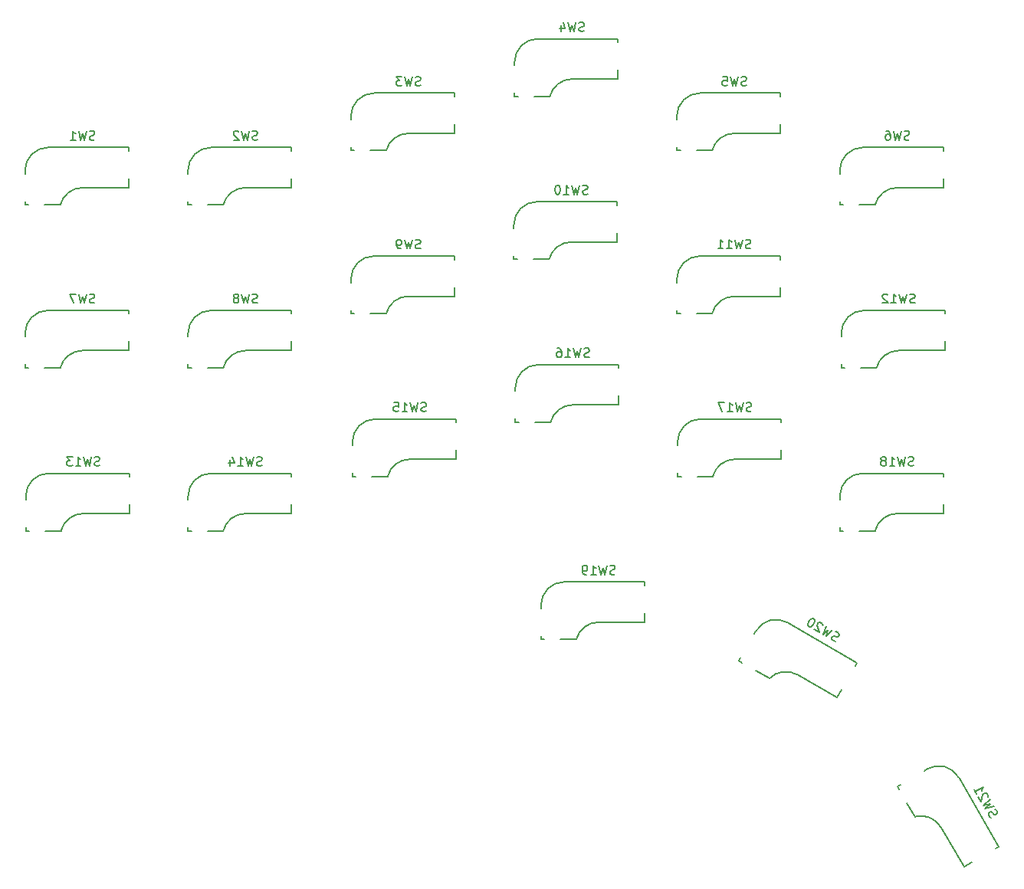
<source format=gbo>
%TF.GenerationSoftware,KiCad,Pcbnew,9.0.4*%
%TF.CreationDate,2025-11-01T07:51:32+01:00*%
%TF.ProjectId,kbv3-left,6b627633-2d6c-4656-9674-2e6b69636164,rev?*%
%TF.SameCoordinates,Original*%
%TF.FileFunction,Legend,Bot*%
%TF.FilePolarity,Positive*%
%FSLAX46Y46*%
G04 Gerber Fmt 4.6, Leading zero omitted, Abs format (unit mm)*
G04 Created by KiCad (PCBNEW 9.0.4) date 2025-11-01 07:51:32*
%MOMM*%
%LPD*%
G01*
G04 APERTURE LIST*
%ADD10C,0.150000*%
G04 APERTURE END LIST*
D10*
X169491584Y-118888367D02*
X169344057Y-118858178D01*
X169344057Y-118858178D02*
X169137860Y-118739130D01*
X169137860Y-118739130D02*
X169079191Y-118650272D01*
X169079191Y-118650272D02*
X169061761Y-118585223D01*
X169061761Y-118585223D02*
X169068141Y-118478935D01*
X169068141Y-118478935D02*
X169115760Y-118396456D01*
X169115760Y-118396456D02*
X169204618Y-118337787D01*
X169204618Y-118337787D02*
X169269667Y-118320357D01*
X169269667Y-118320357D02*
X169375955Y-118326737D01*
X169375955Y-118326737D02*
X169564722Y-118380736D01*
X169564722Y-118380736D02*
X169671010Y-118387116D01*
X169671010Y-118387116D02*
X169736059Y-118369686D01*
X169736059Y-118369686D02*
X169824917Y-118311017D01*
X169824917Y-118311017D02*
X169872536Y-118228538D01*
X169872536Y-118228538D02*
X169878916Y-118122250D01*
X169878916Y-118122250D02*
X169861486Y-118057201D01*
X169861486Y-118057201D02*
X169802817Y-117968343D01*
X169802817Y-117968343D02*
X169596621Y-117849295D01*
X169596621Y-117849295D02*
X169449093Y-117819106D01*
X169184228Y-117611200D02*
X168478031Y-118358178D01*
X168478031Y-118358178D02*
X168670217Y-117644350D01*
X168670217Y-117644350D02*
X168148117Y-118167701D01*
X168148117Y-118167701D02*
X168441920Y-117182628D01*
X168105626Y-117098440D02*
X168088196Y-117033392D01*
X168088196Y-117033392D02*
X168029527Y-116944533D01*
X168029527Y-116944533D02*
X167823331Y-116825486D01*
X167823331Y-116825486D02*
X167717043Y-116819106D01*
X167717043Y-116819106D02*
X167651994Y-116836536D01*
X167651994Y-116836536D02*
X167563135Y-116895205D01*
X167563135Y-116895205D02*
X167515516Y-116977683D01*
X167515516Y-116977683D02*
X167485327Y-117125211D01*
X167485327Y-117125211D02*
X167694485Y-117905797D01*
X167694485Y-117905797D02*
X167158374Y-117596273D01*
X167122263Y-116420724D02*
X167039784Y-116373105D01*
X167039784Y-116373105D02*
X166933496Y-116366725D01*
X166933496Y-116366725D02*
X166868447Y-116384155D01*
X166868447Y-116384155D02*
X166779589Y-116442824D01*
X166779589Y-116442824D02*
X166643111Y-116583972D01*
X166643111Y-116583972D02*
X166524064Y-116790168D01*
X166524064Y-116790168D02*
X166470065Y-116978935D01*
X166470065Y-116978935D02*
X166463685Y-117085223D01*
X166463685Y-117085223D02*
X166481115Y-117150272D01*
X166481115Y-117150272D02*
X166539784Y-117239130D01*
X166539784Y-117239130D02*
X166622263Y-117286749D01*
X166622263Y-117286749D02*
X166728551Y-117293129D01*
X166728551Y-117293129D02*
X166793600Y-117275699D01*
X166793600Y-117275699D02*
X166882458Y-117217030D01*
X166882458Y-117217030D02*
X167018935Y-117075882D01*
X167018935Y-117075882D02*
X167137983Y-116869686D01*
X167137983Y-116869686D02*
X167191982Y-116680919D01*
X167191982Y-116680919D02*
X167198361Y-116574631D01*
X167198361Y-116574631D02*
X167180932Y-116509582D01*
X167180932Y-116509582D02*
X167122263Y-116420724D01*
X186641156Y-138362602D02*
X186528488Y-138262694D01*
X186528488Y-138262694D02*
X186409440Y-138056497D01*
X186409440Y-138056497D02*
X186403061Y-137950209D01*
X186403061Y-137950209D02*
X186420490Y-137885160D01*
X186420490Y-137885160D02*
X186479159Y-137796302D01*
X186479159Y-137796302D02*
X186561638Y-137748683D01*
X186561638Y-137748683D02*
X186667926Y-137742303D01*
X186667926Y-137742303D02*
X186732975Y-137759733D01*
X186732975Y-137759733D02*
X186821833Y-137818402D01*
X186821833Y-137818402D02*
X186958311Y-137959550D01*
X186958311Y-137959550D02*
X187047169Y-138018219D01*
X187047169Y-138018219D02*
X187112218Y-138035648D01*
X187112218Y-138035648D02*
X187218506Y-138029269D01*
X187218506Y-138029269D02*
X187300985Y-137981650D01*
X187300985Y-137981650D02*
X187359654Y-137892791D01*
X187359654Y-137892791D02*
X187377084Y-137827743D01*
X187377084Y-137827743D02*
X187370704Y-137721454D01*
X187370704Y-137721454D02*
X187251656Y-137515258D01*
X187251656Y-137515258D02*
X187138988Y-137415349D01*
X187013561Y-137102865D02*
X186028488Y-137396668D01*
X186028488Y-137396668D02*
X186551839Y-136874568D01*
X186551839Y-136874568D02*
X185838012Y-137066754D01*
X185838012Y-137066754D02*
X186584990Y-136360557D01*
X186335844Y-136119501D02*
X186353274Y-136054452D01*
X186353274Y-136054452D02*
X186346894Y-135948164D01*
X186346894Y-135948164D02*
X186227847Y-135741968D01*
X186227847Y-135741968D02*
X186138988Y-135683299D01*
X186138988Y-135683299D02*
X186073940Y-135665869D01*
X186073940Y-135665869D02*
X185967651Y-135672249D01*
X185967651Y-135672249D02*
X185885173Y-135719868D01*
X185885173Y-135719868D02*
X185785264Y-135832536D01*
X185785264Y-135832536D02*
X185576107Y-136613122D01*
X185576107Y-136613122D02*
X185266583Y-136077011D01*
X184790393Y-135252224D02*
X185076107Y-135747096D01*
X184933250Y-135499660D02*
X185799275Y-134999660D01*
X185799275Y-134999660D02*
X185723176Y-135153567D01*
X185723176Y-135153567D02*
X185688317Y-135283665D01*
X185688317Y-135283665D02*
X185694697Y-135389953D01*
X123653332Y-57472200D02*
X123510475Y-57519819D01*
X123510475Y-57519819D02*
X123272380Y-57519819D01*
X123272380Y-57519819D02*
X123177142Y-57472200D01*
X123177142Y-57472200D02*
X123129523Y-57424580D01*
X123129523Y-57424580D02*
X123081904Y-57329342D01*
X123081904Y-57329342D02*
X123081904Y-57234104D01*
X123081904Y-57234104D02*
X123129523Y-57138866D01*
X123129523Y-57138866D02*
X123177142Y-57091247D01*
X123177142Y-57091247D02*
X123272380Y-57043628D01*
X123272380Y-57043628D02*
X123462856Y-56996009D01*
X123462856Y-56996009D02*
X123558094Y-56948390D01*
X123558094Y-56948390D02*
X123605713Y-56900771D01*
X123605713Y-56900771D02*
X123653332Y-56805533D01*
X123653332Y-56805533D02*
X123653332Y-56710295D01*
X123653332Y-56710295D02*
X123605713Y-56615057D01*
X123605713Y-56615057D02*
X123558094Y-56567438D01*
X123558094Y-56567438D02*
X123462856Y-56519819D01*
X123462856Y-56519819D02*
X123224761Y-56519819D01*
X123224761Y-56519819D02*
X123081904Y-56567438D01*
X122748570Y-56519819D02*
X122510475Y-57519819D01*
X122510475Y-57519819D02*
X122319999Y-56805533D01*
X122319999Y-56805533D02*
X122129523Y-57519819D01*
X122129523Y-57519819D02*
X121891428Y-56519819D01*
X121605713Y-56519819D02*
X120986666Y-56519819D01*
X120986666Y-56519819D02*
X121319999Y-56900771D01*
X121319999Y-56900771D02*
X121177142Y-56900771D01*
X121177142Y-56900771D02*
X121081904Y-56948390D01*
X121081904Y-56948390D02*
X121034285Y-56996009D01*
X121034285Y-56996009D02*
X120986666Y-57091247D01*
X120986666Y-57091247D02*
X120986666Y-57329342D01*
X120986666Y-57329342D02*
X121034285Y-57424580D01*
X121034285Y-57424580D02*
X121081904Y-57472200D01*
X121081904Y-57472200D02*
X121177142Y-57519819D01*
X121177142Y-57519819D02*
X121462856Y-57519819D01*
X121462856Y-57519819D02*
X121558094Y-57472200D01*
X121558094Y-57472200D02*
X121605713Y-57424580D01*
X177653332Y-63472200D02*
X177510475Y-63519819D01*
X177510475Y-63519819D02*
X177272380Y-63519819D01*
X177272380Y-63519819D02*
X177177142Y-63472200D01*
X177177142Y-63472200D02*
X177129523Y-63424580D01*
X177129523Y-63424580D02*
X177081904Y-63329342D01*
X177081904Y-63329342D02*
X177081904Y-63234104D01*
X177081904Y-63234104D02*
X177129523Y-63138866D01*
X177129523Y-63138866D02*
X177177142Y-63091247D01*
X177177142Y-63091247D02*
X177272380Y-63043628D01*
X177272380Y-63043628D02*
X177462856Y-62996009D01*
X177462856Y-62996009D02*
X177558094Y-62948390D01*
X177558094Y-62948390D02*
X177605713Y-62900771D01*
X177605713Y-62900771D02*
X177653332Y-62805533D01*
X177653332Y-62805533D02*
X177653332Y-62710295D01*
X177653332Y-62710295D02*
X177605713Y-62615057D01*
X177605713Y-62615057D02*
X177558094Y-62567438D01*
X177558094Y-62567438D02*
X177462856Y-62519819D01*
X177462856Y-62519819D02*
X177224761Y-62519819D01*
X177224761Y-62519819D02*
X177081904Y-62567438D01*
X176748570Y-62519819D02*
X176510475Y-63519819D01*
X176510475Y-63519819D02*
X176319999Y-62805533D01*
X176319999Y-62805533D02*
X176129523Y-63519819D01*
X176129523Y-63519819D02*
X175891428Y-62519819D01*
X175081904Y-62519819D02*
X175272380Y-62519819D01*
X175272380Y-62519819D02*
X175367618Y-62567438D01*
X175367618Y-62567438D02*
X175415237Y-62615057D01*
X175415237Y-62615057D02*
X175510475Y-62757914D01*
X175510475Y-62757914D02*
X175558094Y-62948390D01*
X175558094Y-62948390D02*
X175558094Y-63329342D01*
X175558094Y-63329342D02*
X175510475Y-63424580D01*
X175510475Y-63424580D02*
X175462856Y-63472200D01*
X175462856Y-63472200D02*
X175367618Y-63519819D01*
X175367618Y-63519819D02*
X175177142Y-63519819D01*
X175177142Y-63519819D02*
X175081904Y-63472200D01*
X175081904Y-63472200D02*
X175034285Y-63424580D01*
X175034285Y-63424580D02*
X174986666Y-63329342D01*
X174986666Y-63329342D02*
X174986666Y-63091247D01*
X174986666Y-63091247D02*
X175034285Y-62996009D01*
X175034285Y-62996009D02*
X175081904Y-62948390D01*
X175081904Y-62948390D02*
X175177142Y-62900771D01*
X175177142Y-62900771D02*
X175367618Y-62900771D01*
X175367618Y-62900771D02*
X175462856Y-62948390D01*
X175462856Y-62948390D02*
X175510475Y-62996009D01*
X175510475Y-62996009D02*
X175558094Y-63091247D01*
X142289523Y-87472200D02*
X142146666Y-87519819D01*
X142146666Y-87519819D02*
X141908571Y-87519819D01*
X141908571Y-87519819D02*
X141813333Y-87472200D01*
X141813333Y-87472200D02*
X141765714Y-87424580D01*
X141765714Y-87424580D02*
X141718095Y-87329342D01*
X141718095Y-87329342D02*
X141718095Y-87234104D01*
X141718095Y-87234104D02*
X141765714Y-87138866D01*
X141765714Y-87138866D02*
X141813333Y-87091247D01*
X141813333Y-87091247D02*
X141908571Y-87043628D01*
X141908571Y-87043628D02*
X142099047Y-86996009D01*
X142099047Y-86996009D02*
X142194285Y-86948390D01*
X142194285Y-86948390D02*
X142241904Y-86900771D01*
X142241904Y-86900771D02*
X142289523Y-86805533D01*
X142289523Y-86805533D02*
X142289523Y-86710295D01*
X142289523Y-86710295D02*
X142241904Y-86615057D01*
X142241904Y-86615057D02*
X142194285Y-86567438D01*
X142194285Y-86567438D02*
X142099047Y-86519819D01*
X142099047Y-86519819D02*
X141860952Y-86519819D01*
X141860952Y-86519819D02*
X141718095Y-86567438D01*
X141384761Y-86519819D02*
X141146666Y-87519819D01*
X141146666Y-87519819D02*
X140956190Y-86805533D01*
X140956190Y-86805533D02*
X140765714Y-87519819D01*
X140765714Y-87519819D02*
X140527619Y-86519819D01*
X139622857Y-87519819D02*
X140194285Y-87519819D01*
X139908571Y-87519819D02*
X139908571Y-86519819D01*
X139908571Y-86519819D02*
X140003809Y-86662676D01*
X140003809Y-86662676D02*
X140099047Y-86757914D01*
X140099047Y-86757914D02*
X140194285Y-86805533D01*
X138765714Y-86519819D02*
X138956190Y-86519819D01*
X138956190Y-86519819D02*
X139051428Y-86567438D01*
X139051428Y-86567438D02*
X139099047Y-86615057D01*
X139099047Y-86615057D02*
X139194285Y-86757914D01*
X139194285Y-86757914D02*
X139241904Y-86948390D01*
X139241904Y-86948390D02*
X139241904Y-87329342D01*
X139241904Y-87329342D02*
X139194285Y-87424580D01*
X139194285Y-87424580D02*
X139146666Y-87472200D01*
X139146666Y-87472200D02*
X139051428Y-87519819D01*
X139051428Y-87519819D02*
X138860952Y-87519819D01*
X138860952Y-87519819D02*
X138765714Y-87472200D01*
X138765714Y-87472200D02*
X138718095Y-87424580D01*
X138718095Y-87424580D02*
X138670476Y-87329342D01*
X138670476Y-87329342D02*
X138670476Y-87091247D01*
X138670476Y-87091247D02*
X138718095Y-86996009D01*
X138718095Y-86996009D02*
X138765714Y-86948390D01*
X138765714Y-86948390D02*
X138860952Y-86900771D01*
X138860952Y-86900771D02*
X139051428Y-86900771D01*
X139051428Y-86900771D02*
X139146666Y-86948390D01*
X139146666Y-86948390D02*
X139194285Y-86996009D01*
X139194285Y-86996009D02*
X139241904Y-87091247D01*
X87653332Y-81472200D02*
X87510475Y-81519819D01*
X87510475Y-81519819D02*
X87272380Y-81519819D01*
X87272380Y-81519819D02*
X87177142Y-81472200D01*
X87177142Y-81472200D02*
X87129523Y-81424580D01*
X87129523Y-81424580D02*
X87081904Y-81329342D01*
X87081904Y-81329342D02*
X87081904Y-81234104D01*
X87081904Y-81234104D02*
X87129523Y-81138866D01*
X87129523Y-81138866D02*
X87177142Y-81091247D01*
X87177142Y-81091247D02*
X87272380Y-81043628D01*
X87272380Y-81043628D02*
X87462856Y-80996009D01*
X87462856Y-80996009D02*
X87558094Y-80948390D01*
X87558094Y-80948390D02*
X87605713Y-80900771D01*
X87605713Y-80900771D02*
X87653332Y-80805533D01*
X87653332Y-80805533D02*
X87653332Y-80710295D01*
X87653332Y-80710295D02*
X87605713Y-80615057D01*
X87605713Y-80615057D02*
X87558094Y-80567438D01*
X87558094Y-80567438D02*
X87462856Y-80519819D01*
X87462856Y-80519819D02*
X87224761Y-80519819D01*
X87224761Y-80519819D02*
X87081904Y-80567438D01*
X86748570Y-80519819D02*
X86510475Y-81519819D01*
X86510475Y-81519819D02*
X86319999Y-80805533D01*
X86319999Y-80805533D02*
X86129523Y-81519819D01*
X86129523Y-81519819D02*
X85891428Y-80519819D01*
X85605713Y-80519819D02*
X84939047Y-80519819D01*
X84939047Y-80519819D02*
X85367618Y-81519819D01*
X142129523Y-69472200D02*
X141986666Y-69519819D01*
X141986666Y-69519819D02*
X141748571Y-69519819D01*
X141748571Y-69519819D02*
X141653333Y-69472200D01*
X141653333Y-69472200D02*
X141605714Y-69424580D01*
X141605714Y-69424580D02*
X141558095Y-69329342D01*
X141558095Y-69329342D02*
X141558095Y-69234104D01*
X141558095Y-69234104D02*
X141605714Y-69138866D01*
X141605714Y-69138866D02*
X141653333Y-69091247D01*
X141653333Y-69091247D02*
X141748571Y-69043628D01*
X141748571Y-69043628D02*
X141939047Y-68996009D01*
X141939047Y-68996009D02*
X142034285Y-68948390D01*
X142034285Y-68948390D02*
X142081904Y-68900771D01*
X142081904Y-68900771D02*
X142129523Y-68805533D01*
X142129523Y-68805533D02*
X142129523Y-68710295D01*
X142129523Y-68710295D02*
X142081904Y-68615057D01*
X142081904Y-68615057D02*
X142034285Y-68567438D01*
X142034285Y-68567438D02*
X141939047Y-68519819D01*
X141939047Y-68519819D02*
X141700952Y-68519819D01*
X141700952Y-68519819D02*
X141558095Y-68567438D01*
X141224761Y-68519819D02*
X140986666Y-69519819D01*
X140986666Y-69519819D02*
X140796190Y-68805533D01*
X140796190Y-68805533D02*
X140605714Y-69519819D01*
X140605714Y-69519819D02*
X140367619Y-68519819D01*
X139462857Y-69519819D02*
X140034285Y-69519819D01*
X139748571Y-69519819D02*
X139748571Y-68519819D01*
X139748571Y-68519819D02*
X139843809Y-68662676D01*
X139843809Y-68662676D02*
X139939047Y-68757914D01*
X139939047Y-68757914D02*
X140034285Y-68805533D01*
X138843809Y-68519819D02*
X138748571Y-68519819D01*
X138748571Y-68519819D02*
X138653333Y-68567438D01*
X138653333Y-68567438D02*
X138605714Y-68615057D01*
X138605714Y-68615057D02*
X138558095Y-68710295D01*
X138558095Y-68710295D02*
X138510476Y-68900771D01*
X138510476Y-68900771D02*
X138510476Y-69138866D01*
X138510476Y-69138866D02*
X138558095Y-69329342D01*
X138558095Y-69329342D02*
X138605714Y-69424580D01*
X138605714Y-69424580D02*
X138653333Y-69472200D01*
X138653333Y-69472200D02*
X138748571Y-69519819D01*
X138748571Y-69519819D02*
X138843809Y-69519819D01*
X138843809Y-69519819D02*
X138939047Y-69472200D01*
X138939047Y-69472200D02*
X138986666Y-69424580D01*
X138986666Y-69424580D02*
X139034285Y-69329342D01*
X139034285Y-69329342D02*
X139081904Y-69138866D01*
X139081904Y-69138866D02*
X139081904Y-68900771D01*
X139081904Y-68900771D02*
X139034285Y-68710295D01*
X139034285Y-68710295D02*
X138986666Y-68615057D01*
X138986666Y-68615057D02*
X138939047Y-68567438D01*
X138939047Y-68567438D02*
X138843809Y-68519819D01*
X87653332Y-63472200D02*
X87510475Y-63519819D01*
X87510475Y-63519819D02*
X87272380Y-63519819D01*
X87272380Y-63519819D02*
X87177142Y-63472200D01*
X87177142Y-63472200D02*
X87129523Y-63424580D01*
X87129523Y-63424580D02*
X87081904Y-63329342D01*
X87081904Y-63329342D02*
X87081904Y-63234104D01*
X87081904Y-63234104D02*
X87129523Y-63138866D01*
X87129523Y-63138866D02*
X87177142Y-63091247D01*
X87177142Y-63091247D02*
X87272380Y-63043628D01*
X87272380Y-63043628D02*
X87462856Y-62996009D01*
X87462856Y-62996009D02*
X87558094Y-62948390D01*
X87558094Y-62948390D02*
X87605713Y-62900771D01*
X87605713Y-62900771D02*
X87653332Y-62805533D01*
X87653332Y-62805533D02*
X87653332Y-62710295D01*
X87653332Y-62710295D02*
X87605713Y-62615057D01*
X87605713Y-62615057D02*
X87558094Y-62567438D01*
X87558094Y-62567438D02*
X87462856Y-62519819D01*
X87462856Y-62519819D02*
X87224761Y-62519819D01*
X87224761Y-62519819D02*
X87081904Y-62567438D01*
X86748570Y-62519819D02*
X86510475Y-63519819D01*
X86510475Y-63519819D02*
X86319999Y-62805533D01*
X86319999Y-62805533D02*
X86129523Y-63519819D01*
X86129523Y-63519819D02*
X85891428Y-62519819D01*
X84986666Y-63519819D02*
X85558094Y-63519819D01*
X85272380Y-63519819D02*
X85272380Y-62519819D01*
X85272380Y-62519819D02*
X85367618Y-62662676D01*
X85367618Y-62662676D02*
X85462856Y-62757914D01*
X85462856Y-62757914D02*
X85558094Y-62805533D01*
X123653332Y-75472200D02*
X123510475Y-75519819D01*
X123510475Y-75519819D02*
X123272380Y-75519819D01*
X123272380Y-75519819D02*
X123177142Y-75472200D01*
X123177142Y-75472200D02*
X123129523Y-75424580D01*
X123129523Y-75424580D02*
X123081904Y-75329342D01*
X123081904Y-75329342D02*
X123081904Y-75234104D01*
X123081904Y-75234104D02*
X123129523Y-75138866D01*
X123129523Y-75138866D02*
X123177142Y-75091247D01*
X123177142Y-75091247D02*
X123272380Y-75043628D01*
X123272380Y-75043628D02*
X123462856Y-74996009D01*
X123462856Y-74996009D02*
X123558094Y-74948390D01*
X123558094Y-74948390D02*
X123605713Y-74900771D01*
X123605713Y-74900771D02*
X123653332Y-74805533D01*
X123653332Y-74805533D02*
X123653332Y-74710295D01*
X123653332Y-74710295D02*
X123605713Y-74615057D01*
X123605713Y-74615057D02*
X123558094Y-74567438D01*
X123558094Y-74567438D02*
X123462856Y-74519819D01*
X123462856Y-74519819D02*
X123224761Y-74519819D01*
X123224761Y-74519819D02*
X123081904Y-74567438D01*
X122748570Y-74519819D02*
X122510475Y-75519819D01*
X122510475Y-75519819D02*
X122319999Y-74805533D01*
X122319999Y-74805533D02*
X122129523Y-75519819D01*
X122129523Y-75519819D02*
X121891428Y-74519819D01*
X121462856Y-75519819D02*
X121272380Y-75519819D01*
X121272380Y-75519819D02*
X121177142Y-75472200D01*
X121177142Y-75472200D02*
X121129523Y-75424580D01*
X121129523Y-75424580D02*
X121034285Y-75281723D01*
X121034285Y-75281723D02*
X120986666Y-75091247D01*
X120986666Y-75091247D02*
X120986666Y-74710295D01*
X120986666Y-74710295D02*
X121034285Y-74615057D01*
X121034285Y-74615057D02*
X121081904Y-74567438D01*
X121081904Y-74567438D02*
X121177142Y-74519819D01*
X121177142Y-74519819D02*
X121367618Y-74519819D01*
X121367618Y-74519819D02*
X121462856Y-74567438D01*
X121462856Y-74567438D02*
X121510475Y-74615057D01*
X121510475Y-74615057D02*
X121558094Y-74710295D01*
X121558094Y-74710295D02*
X121558094Y-74948390D01*
X121558094Y-74948390D02*
X121510475Y-75043628D01*
X121510475Y-75043628D02*
X121462856Y-75091247D01*
X121462856Y-75091247D02*
X121367618Y-75138866D01*
X121367618Y-75138866D02*
X121177142Y-75138866D01*
X121177142Y-75138866D02*
X121081904Y-75091247D01*
X121081904Y-75091247D02*
X121034285Y-75043628D01*
X121034285Y-75043628D02*
X120986666Y-74948390D01*
X159653332Y-57472200D02*
X159510475Y-57519819D01*
X159510475Y-57519819D02*
X159272380Y-57519819D01*
X159272380Y-57519819D02*
X159177142Y-57472200D01*
X159177142Y-57472200D02*
X159129523Y-57424580D01*
X159129523Y-57424580D02*
X159081904Y-57329342D01*
X159081904Y-57329342D02*
X159081904Y-57234104D01*
X159081904Y-57234104D02*
X159129523Y-57138866D01*
X159129523Y-57138866D02*
X159177142Y-57091247D01*
X159177142Y-57091247D02*
X159272380Y-57043628D01*
X159272380Y-57043628D02*
X159462856Y-56996009D01*
X159462856Y-56996009D02*
X159558094Y-56948390D01*
X159558094Y-56948390D02*
X159605713Y-56900771D01*
X159605713Y-56900771D02*
X159653332Y-56805533D01*
X159653332Y-56805533D02*
X159653332Y-56710295D01*
X159653332Y-56710295D02*
X159605713Y-56615057D01*
X159605713Y-56615057D02*
X159558094Y-56567438D01*
X159558094Y-56567438D02*
X159462856Y-56519819D01*
X159462856Y-56519819D02*
X159224761Y-56519819D01*
X159224761Y-56519819D02*
X159081904Y-56567438D01*
X158748570Y-56519819D02*
X158510475Y-57519819D01*
X158510475Y-57519819D02*
X158319999Y-56805533D01*
X158319999Y-56805533D02*
X158129523Y-57519819D01*
X158129523Y-57519819D02*
X157891428Y-56519819D01*
X157034285Y-56519819D02*
X157510475Y-56519819D01*
X157510475Y-56519819D02*
X157558094Y-56996009D01*
X157558094Y-56996009D02*
X157510475Y-56948390D01*
X157510475Y-56948390D02*
X157415237Y-56900771D01*
X157415237Y-56900771D02*
X157177142Y-56900771D01*
X157177142Y-56900771D02*
X157081904Y-56948390D01*
X157081904Y-56948390D02*
X157034285Y-56996009D01*
X157034285Y-56996009D02*
X156986666Y-57091247D01*
X156986666Y-57091247D02*
X156986666Y-57329342D01*
X156986666Y-57329342D02*
X157034285Y-57424580D01*
X157034285Y-57424580D02*
X157081904Y-57472200D01*
X157081904Y-57472200D02*
X157177142Y-57519819D01*
X157177142Y-57519819D02*
X157415237Y-57519819D01*
X157415237Y-57519819D02*
X157510475Y-57472200D01*
X157510475Y-57472200D02*
X157558094Y-57424580D01*
X88209523Y-99472200D02*
X88066666Y-99519819D01*
X88066666Y-99519819D02*
X87828571Y-99519819D01*
X87828571Y-99519819D02*
X87733333Y-99472200D01*
X87733333Y-99472200D02*
X87685714Y-99424580D01*
X87685714Y-99424580D02*
X87638095Y-99329342D01*
X87638095Y-99329342D02*
X87638095Y-99234104D01*
X87638095Y-99234104D02*
X87685714Y-99138866D01*
X87685714Y-99138866D02*
X87733333Y-99091247D01*
X87733333Y-99091247D02*
X87828571Y-99043628D01*
X87828571Y-99043628D02*
X88019047Y-98996009D01*
X88019047Y-98996009D02*
X88114285Y-98948390D01*
X88114285Y-98948390D02*
X88161904Y-98900771D01*
X88161904Y-98900771D02*
X88209523Y-98805533D01*
X88209523Y-98805533D02*
X88209523Y-98710295D01*
X88209523Y-98710295D02*
X88161904Y-98615057D01*
X88161904Y-98615057D02*
X88114285Y-98567438D01*
X88114285Y-98567438D02*
X88019047Y-98519819D01*
X88019047Y-98519819D02*
X87780952Y-98519819D01*
X87780952Y-98519819D02*
X87638095Y-98567438D01*
X87304761Y-98519819D02*
X87066666Y-99519819D01*
X87066666Y-99519819D02*
X86876190Y-98805533D01*
X86876190Y-98805533D02*
X86685714Y-99519819D01*
X86685714Y-99519819D02*
X86447619Y-98519819D01*
X85542857Y-99519819D02*
X86114285Y-99519819D01*
X85828571Y-99519819D02*
X85828571Y-98519819D01*
X85828571Y-98519819D02*
X85923809Y-98662676D01*
X85923809Y-98662676D02*
X86019047Y-98757914D01*
X86019047Y-98757914D02*
X86114285Y-98805533D01*
X85209523Y-98519819D02*
X84590476Y-98519819D01*
X84590476Y-98519819D02*
X84923809Y-98900771D01*
X84923809Y-98900771D02*
X84780952Y-98900771D01*
X84780952Y-98900771D02*
X84685714Y-98948390D01*
X84685714Y-98948390D02*
X84638095Y-98996009D01*
X84638095Y-98996009D02*
X84590476Y-99091247D01*
X84590476Y-99091247D02*
X84590476Y-99329342D01*
X84590476Y-99329342D02*
X84638095Y-99424580D01*
X84638095Y-99424580D02*
X84685714Y-99472200D01*
X84685714Y-99472200D02*
X84780952Y-99519819D01*
X84780952Y-99519819D02*
X85066666Y-99519819D01*
X85066666Y-99519819D02*
X85161904Y-99472200D01*
X85161904Y-99472200D02*
X85209523Y-99424580D01*
X124289523Y-93472200D02*
X124146666Y-93519819D01*
X124146666Y-93519819D02*
X123908571Y-93519819D01*
X123908571Y-93519819D02*
X123813333Y-93472200D01*
X123813333Y-93472200D02*
X123765714Y-93424580D01*
X123765714Y-93424580D02*
X123718095Y-93329342D01*
X123718095Y-93329342D02*
X123718095Y-93234104D01*
X123718095Y-93234104D02*
X123765714Y-93138866D01*
X123765714Y-93138866D02*
X123813333Y-93091247D01*
X123813333Y-93091247D02*
X123908571Y-93043628D01*
X123908571Y-93043628D02*
X124099047Y-92996009D01*
X124099047Y-92996009D02*
X124194285Y-92948390D01*
X124194285Y-92948390D02*
X124241904Y-92900771D01*
X124241904Y-92900771D02*
X124289523Y-92805533D01*
X124289523Y-92805533D02*
X124289523Y-92710295D01*
X124289523Y-92710295D02*
X124241904Y-92615057D01*
X124241904Y-92615057D02*
X124194285Y-92567438D01*
X124194285Y-92567438D02*
X124099047Y-92519819D01*
X124099047Y-92519819D02*
X123860952Y-92519819D01*
X123860952Y-92519819D02*
X123718095Y-92567438D01*
X123384761Y-92519819D02*
X123146666Y-93519819D01*
X123146666Y-93519819D02*
X122956190Y-92805533D01*
X122956190Y-92805533D02*
X122765714Y-93519819D01*
X122765714Y-93519819D02*
X122527619Y-92519819D01*
X121622857Y-93519819D02*
X122194285Y-93519819D01*
X121908571Y-93519819D02*
X121908571Y-92519819D01*
X121908571Y-92519819D02*
X122003809Y-92662676D01*
X122003809Y-92662676D02*
X122099047Y-92757914D01*
X122099047Y-92757914D02*
X122194285Y-92805533D01*
X120718095Y-92519819D02*
X121194285Y-92519819D01*
X121194285Y-92519819D02*
X121241904Y-92996009D01*
X121241904Y-92996009D02*
X121194285Y-92948390D01*
X121194285Y-92948390D02*
X121099047Y-92900771D01*
X121099047Y-92900771D02*
X120860952Y-92900771D01*
X120860952Y-92900771D02*
X120765714Y-92948390D01*
X120765714Y-92948390D02*
X120718095Y-92996009D01*
X120718095Y-92996009D02*
X120670476Y-93091247D01*
X120670476Y-93091247D02*
X120670476Y-93329342D01*
X120670476Y-93329342D02*
X120718095Y-93424580D01*
X120718095Y-93424580D02*
X120765714Y-93472200D01*
X120765714Y-93472200D02*
X120860952Y-93519819D01*
X120860952Y-93519819D02*
X121099047Y-93519819D01*
X121099047Y-93519819D02*
X121194285Y-93472200D01*
X121194285Y-93472200D02*
X121241904Y-93424580D01*
X105653332Y-63472200D02*
X105510475Y-63519819D01*
X105510475Y-63519819D02*
X105272380Y-63519819D01*
X105272380Y-63519819D02*
X105177142Y-63472200D01*
X105177142Y-63472200D02*
X105129523Y-63424580D01*
X105129523Y-63424580D02*
X105081904Y-63329342D01*
X105081904Y-63329342D02*
X105081904Y-63234104D01*
X105081904Y-63234104D02*
X105129523Y-63138866D01*
X105129523Y-63138866D02*
X105177142Y-63091247D01*
X105177142Y-63091247D02*
X105272380Y-63043628D01*
X105272380Y-63043628D02*
X105462856Y-62996009D01*
X105462856Y-62996009D02*
X105558094Y-62948390D01*
X105558094Y-62948390D02*
X105605713Y-62900771D01*
X105605713Y-62900771D02*
X105653332Y-62805533D01*
X105653332Y-62805533D02*
X105653332Y-62710295D01*
X105653332Y-62710295D02*
X105605713Y-62615057D01*
X105605713Y-62615057D02*
X105558094Y-62567438D01*
X105558094Y-62567438D02*
X105462856Y-62519819D01*
X105462856Y-62519819D02*
X105224761Y-62519819D01*
X105224761Y-62519819D02*
X105081904Y-62567438D01*
X104748570Y-62519819D02*
X104510475Y-63519819D01*
X104510475Y-63519819D02*
X104319999Y-62805533D01*
X104319999Y-62805533D02*
X104129523Y-63519819D01*
X104129523Y-63519819D02*
X103891428Y-62519819D01*
X103558094Y-62615057D02*
X103510475Y-62567438D01*
X103510475Y-62567438D02*
X103415237Y-62519819D01*
X103415237Y-62519819D02*
X103177142Y-62519819D01*
X103177142Y-62519819D02*
X103081904Y-62567438D01*
X103081904Y-62567438D02*
X103034285Y-62615057D01*
X103034285Y-62615057D02*
X102986666Y-62710295D01*
X102986666Y-62710295D02*
X102986666Y-62805533D01*
X102986666Y-62805533D02*
X103034285Y-62948390D01*
X103034285Y-62948390D02*
X103605713Y-63519819D01*
X103605713Y-63519819D02*
X102986666Y-63519819D01*
X145129523Y-111472200D02*
X144986666Y-111519819D01*
X144986666Y-111519819D02*
X144748571Y-111519819D01*
X144748571Y-111519819D02*
X144653333Y-111472200D01*
X144653333Y-111472200D02*
X144605714Y-111424580D01*
X144605714Y-111424580D02*
X144558095Y-111329342D01*
X144558095Y-111329342D02*
X144558095Y-111234104D01*
X144558095Y-111234104D02*
X144605714Y-111138866D01*
X144605714Y-111138866D02*
X144653333Y-111091247D01*
X144653333Y-111091247D02*
X144748571Y-111043628D01*
X144748571Y-111043628D02*
X144939047Y-110996009D01*
X144939047Y-110996009D02*
X145034285Y-110948390D01*
X145034285Y-110948390D02*
X145081904Y-110900771D01*
X145081904Y-110900771D02*
X145129523Y-110805533D01*
X145129523Y-110805533D02*
X145129523Y-110710295D01*
X145129523Y-110710295D02*
X145081904Y-110615057D01*
X145081904Y-110615057D02*
X145034285Y-110567438D01*
X145034285Y-110567438D02*
X144939047Y-110519819D01*
X144939047Y-110519819D02*
X144700952Y-110519819D01*
X144700952Y-110519819D02*
X144558095Y-110567438D01*
X144224761Y-110519819D02*
X143986666Y-111519819D01*
X143986666Y-111519819D02*
X143796190Y-110805533D01*
X143796190Y-110805533D02*
X143605714Y-111519819D01*
X143605714Y-111519819D02*
X143367619Y-110519819D01*
X142462857Y-111519819D02*
X143034285Y-111519819D01*
X142748571Y-111519819D02*
X142748571Y-110519819D01*
X142748571Y-110519819D02*
X142843809Y-110662676D01*
X142843809Y-110662676D02*
X142939047Y-110757914D01*
X142939047Y-110757914D02*
X143034285Y-110805533D01*
X141986666Y-111519819D02*
X141796190Y-111519819D01*
X141796190Y-111519819D02*
X141700952Y-111472200D01*
X141700952Y-111472200D02*
X141653333Y-111424580D01*
X141653333Y-111424580D02*
X141558095Y-111281723D01*
X141558095Y-111281723D02*
X141510476Y-111091247D01*
X141510476Y-111091247D02*
X141510476Y-110710295D01*
X141510476Y-110710295D02*
X141558095Y-110615057D01*
X141558095Y-110615057D02*
X141605714Y-110567438D01*
X141605714Y-110567438D02*
X141700952Y-110519819D01*
X141700952Y-110519819D02*
X141891428Y-110519819D01*
X141891428Y-110519819D02*
X141986666Y-110567438D01*
X141986666Y-110567438D02*
X142034285Y-110615057D01*
X142034285Y-110615057D02*
X142081904Y-110710295D01*
X142081904Y-110710295D02*
X142081904Y-110948390D01*
X142081904Y-110948390D02*
X142034285Y-111043628D01*
X142034285Y-111043628D02*
X141986666Y-111091247D01*
X141986666Y-111091247D02*
X141891428Y-111138866D01*
X141891428Y-111138866D02*
X141700952Y-111138866D01*
X141700952Y-111138866D02*
X141605714Y-111091247D01*
X141605714Y-111091247D02*
X141558095Y-111043628D01*
X141558095Y-111043628D02*
X141510476Y-110948390D01*
X141733332Y-51472200D02*
X141590475Y-51519819D01*
X141590475Y-51519819D02*
X141352380Y-51519819D01*
X141352380Y-51519819D02*
X141257142Y-51472200D01*
X141257142Y-51472200D02*
X141209523Y-51424580D01*
X141209523Y-51424580D02*
X141161904Y-51329342D01*
X141161904Y-51329342D02*
X141161904Y-51234104D01*
X141161904Y-51234104D02*
X141209523Y-51138866D01*
X141209523Y-51138866D02*
X141257142Y-51091247D01*
X141257142Y-51091247D02*
X141352380Y-51043628D01*
X141352380Y-51043628D02*
X141542856Y-50996009D01*
X141542856Y-50996009D02*
X141638094Y-50948390D01*
X141638094Y-50948390D02*
X141685713Y-50900771D01*
X141685713Y-50900771D02*
X141733332Y-50805533D01*
X141733332Y-50805533D02*
X141733332Y-50710295D01*
X141733332Y-50710295D02*
X141685713Y-50615057D01*
X141685713Y-50615057D02*
X141638094Y-50567438D01*
X141638094Y-50567438D02*
X141542856Y-50519819D01*
X141542856Y-50519819D02*
X141304761Y-50519819D01*
X141304761Y-50519819D02*
X141161904Y-50567438D01*
X140828570Y-50519819D02*
X140590475Y-51519819D01*
X140590475Y-51519819D02*
X140399999Y-50805533D01*
X140399999Y-50805533D02*
X140209523Y-51519819D01*
X140209523Y-51519819D02*
X139971428Y-50519819D01*
X139161904Y-50853152D02*
X139161904Y-51519819D01*
X139399999Y-50472200D02*
X139638094Y-51186485D01*
X139638094Y-51186485D02*
X139019047Y-51186485D01*
X105653332Y-81472200D02*
X105510475Y-81519819D01*
X105510475Y-81519819D02*
X105272380Y-81519819D01*
X105272380Y-81519819D02*
X105177142Y-81472200D01*
X105177142Y-81472200D02*
X105129523Y-81424580D01*
X105129523Y-81424580D02*
X105081904Y-81329342D01*
X105081904Y-81329342D02*
X105081904Y-81234104D01*
X105081904Y-81234104D02*
X105129523Y-81138866D01*
X105129523Y-81138866D02*
X105177142Y-81091247D01*
X105177142Y-81091247D02*
X105272380Y-81043628D01*
X105272380Y-81043628D02*
X105462856Y-80996009D01*
X105462856Y-80996009D02*
X105558094Y-80948390D01*
X105558094Y-80948390D02*
X105605713Y-80900771D01*
X105605713Y-80900771D02*
X105653332Y-80805533D01*
X105653332Y-80805533D02*
X105653332Y-80710295D01*
X105653332Y-80710295D02*
X105605713Y-80615057D01*
X105605713Y-80615057D02*
X105558094Y-80567438D01*
X105558094Y-80567438D02*
X105462856Y-80519819D01*
X105462856Y-80519819D02*
X105224761Y-80519819D01*
X105224761Y-80519819D02*
X105081904Y-80567438D01*
X104748570Y-80519819D02*
X104510475Y-81519819D01*
X104510475Y-81519819D02*
X104319999Y-80805533D01*
X104319999Y-80805533D02*
X104129523Y-81519819D01*
X104129523Y-81519819D02*
X103891428Y-80519819D01*
X103367618Y-80948390D02*
X103462856Y-80900771D01*
X103462856Y-80900771D02*
X103510475Y-80853152D01*
X103510475Y-80853152D02*
X103558094Y-80757914D01*
X103558094Y-80757914D02*
X103558094Y-80710295D01*
X103558094Y-80710295D02*
X103510475Y-80615057D01*
X103510475Y-80615057D02*
X103462856Y-80567438D01*
X103462856Y-80567438D02*
X103367618Y-80519819D01*
X103367618Y-80519819D02*
X103177142Y-80519819D01*
X103177142Y-80519819D02*
X103081904Y-80567438D01*
X103081904Y-80567438D02*
X103034285Y-80615057D01*
X103034285Y-80615057D02*
X102986666Y-80710295D01*
X102986666Y-80710295D02*
X102986666Y-80757914D01*
X102986666Y-80757914D02*
X103034285Y-80853152D01*
X103034285Y-80853152D02*
X103081904Y-80900771D01*
X103081904Y-80900771D02*
X103177142Y-80948390D01*
X103177142Y-80948390D02*
X103367618Y-80948390D01*
X103367618Y-80948390D02*
X103462856Y-80996009D01*
X103462856Y-80996009D02*
X103510475Y-81043628D01*
X103510475Y-81043628D02*
X103558094Y-81138866D01*
X103558094Y-81138866D02*
X103558094Y-81329342D01*
X103558094Y-81329342D02*
X103510475Y-81424580D01*
X103510475Y-81424580D02*
X103462856Y-81472200D01*
X103462856Y-81472200D02*
X103367618Y-81519819D01*
X103367618Y-81519819D02*
X103177142Y-81519819D01*
X103177142Y-81519819D02*
X103081904Y-81472200D01*
X103081904Y-81472200D02*
X103034285Y-81424580D01*
X103034285Y-81424580D02*
X102986666Y-81329342D01*
X102986666Y-81329342D02*
X102986666Y-81138866D01*
X102986666Y-81138866D02*
X103034285Y-81043628D01*
X103034285Y-81043628D02*
X103081904Y-80996009D01*
X103081904Y-80996009D02*
X103177142Y-80948390D01*
X160209523Y-93472200D02*
X160066666Y-93519819D01*
X160066666Y-93519819D02*
X159828571Y-93519819D01*
X159828571Y-93519819D02*
X159733333Y-93472200D01*
X159733333Y-93472200D02*
X159685714Y-93424580D01*
X159685714Y-93424580D02*
X159638095Y-93329342D01*
X159638095Y-93329342D02*
X159638095Y-93234104D01*
X159638095Y-93234104D02*
X159685714Y-93138866D01*
X159685714Y-93138866D02*
X159733333Y-93091247D01*
X159733333Y-93091247D02*
X159828571Y-93043628D01*
X159828571Y-93043628D02*
X160019047Y-92996009D01*
X160019047Y-92996009D02*
X160114285Y-92948390D01*
X160114285Y-92948390D02*
X160161904Y-92900771D01*
X160161904Y-92900771D02*
X160209523Y-92805533D01*
X160209523Y-92805533D02*
X160209523Y-92710295D01*
X160209523Y-92710295D02*
X160161904Y-92615057D01*
X160161904Y-92615057D02*
X160114285Y-92567438D01*
X160114285Y-92567438D02*
X160019047Y-92519819D01*
X160019047Y-92519819D02*
X159780952Y-92519819D01*
X159780952Y-92519819D02*
X159638095Y-92567438D01*
X159304761Y-92519819D02*
X159066666Y-93519819D01*
X159066666Y-93519819D02*
X158876190Y-92805533D01*
X158876190Y-92805533D02*
X158685714Y-93519819D01*
X158685714Y-93519819D02*
X158447619Y-92519819D01*
X157542857Y-93519819D02*
X158114285Y-93519819D01*
X157828571Y-93519819D02*
X157828571Y-92519819D01*
X157828571Y-92519819D02*
X157923809Y-92662676D01*
X157923809Y-92662676D02*
X158019047Y-92757914D01*
X158019047Y-92757914D02*
X158114285Y-92805533D01*
X157209523Y-92519819D02*
X156542857Y-92519819D01*
X156542857Y-92519819D02*
X156971428Y-93519819D01*
X178129523Y-99472200D02*
X177986666Y-99519819D01*
X177986666Y-99519819D02*
X177748571Y-99519819D01*
X177748571Y-99519819D02*
X177653333Y-99472200D01*
X177653333Y-99472200D02*
X177605714Y-99424580D01*
X177605714Y-99424580D02*
X177558095Y-99329342D01*
X177558095Y-99329342D02*
X177558095Y-99234104D01*
X177558095Y-99234104D02*
X177605714Y-99138866D01*
X177605714Y-99138866D02*
X177653333Y-99091247D01*
X177653333Y-99091247D02*
X177748571Y-99043628D01*
X177748571Y-99043628D02*
X177939047Y-98996009D01*
X177939047Y-98996009D02*
X178034285Y-98948390D01*
X178034285Y-98948390D02*
X178081904Y-98900771D01*
X178081904Y-98900771D02*
X178129523Y-98805533D01*
X178129523Y-98805533D02*
X178129523Y-98710295D01*
X178129523Y-98710295D02*
X178081904Y-98615057D01*
X178081904Y-98615057D02*
X178034285Y-98567438D01*
X178034285Y-98567438D02*
X177939047Y-98519819D01*
X177939047Y-98519819D02*
X177700952Y-98519819D01*
X177700952Y-98519819D02*
X177558095Y-98567438D01*
X177224761Y-98519819D02*
X176986666Y-99519819D01*
X176986666Y-99519819D02*
X176796190Y-98805533D01*
X176796190Y-98805533D02*
X176605714Y-99519819D01*
X176605714Y-99519819D02*
X176367619Y-98519819D01*
X175462857Y-99519819D02*
X176034285Y-99519819D01*
X175748571Y-99519819D02*
X175748571Y-98519819D01*
X175748571Y-98519819D02*
X175843809Y-98662676D01*
X175843809Y-98662676D02*
X175939047Y-98757914D01*
X175939047Y-98757914D02*
X176034285Y-98805533D01*
X174891428Y-98948390D02*
X174986666Y-98900771D01*
X174986666Y-98900771D02*
X175034285Y-98853152D01*
X175034285Y-98853152D02*
X175081904Y-98757914D01*
X175081904Y-98757914D02*
X175081904Y-98710295D01*
X175081904Y-98710295D02*
X175034285Y-98615057D01*
X175034285Y-98615057D02*
X174986666Y-98567438D01*
X174986666Y-98567438D02*
X174891428Y-98519819D01*
X174891428Y-98519819D02*
X174700952Y-98519819D01*
X174700952Y-98519819D02*
X174605714Y-98567438D01*
X174605714Y-98567438D02*
X174558095Y-98615057D01*
X174558095Y-98615057D02*
X174510476Y-98710295D01*
X174510476Y-98710295D02*
X174510476Y-98757914D01*
X174510476Y-98757914D02*
X174558095Y-98853152D01*
X174558095Y-98853152D02*
X174605714Y-98900771D01*
X174605714Y-98900771D02*
X174700952Y-98948390D01*
X174700952Y-98948390D02*
X174891428Y-98948390D01*
X174891428Y-98948390D02*
X174986666Y-98996009D01*
X174986666Y-98996009D02*
X175034285Y-99043628D01*
X175034285Y-99043628D02*
X175081904Y-99138866D01*
X175081904Y-99138866D02*
X175081904Y-99329342D01*
X175081904Y-99329342D02*
X175034285Y-99424580D01*
X175034285Y-99424580D02*
X174986666Y-99472200D01*
X174986666Y-99472200D02*
X174891428Y-99519819D01*
X174891428Y-99519819D02*
X174700952Y-99519819D01*
X174700952Y-99519819D02*
X174605714Y-99472200D01*
X174605714Y-99472200D02*
X174558095Y-99424580D01*
X174558095Y-99424580D02*
X174510476Y-99329342D01*
X174510476Y-99329342D02*
X174510476Y-99138866D01*
X174510476Y-99138866D02*
X174558095Y-99043628D01*
X174558095Y-99043628D02*
X174605714Y-98996009D01*
X174605714Y-98996009D02*
X174700952Y-98948390D01*
X178289523Y-81472200D02*
X178146666Y-81519819D01*
X178146666Y-81519819D02*
X177908571Y-81519819D01*
X177908571Y-81519819D02*
X177813333Y-81472200D01*
X177813333Y-81472200D02*
X177765714Y-81424580D01*
X177765714Y-81424580D02*
X177718095Y-81329342D01*
X177718095Y-81329342D02*
X177718095Y-81234104D01*
X177718095Y-81234104D02*
X177765714Y-81138866D01*
X177765714Y-81138866D02*
X177813333Y-81091247D01*
X177813333Y-81091247D02*
X177908571Y-81043628D01*
X177908571Y-81043628D02*
X178099047Y-80996009D01*
X178099047Y-80996009D02*
X178194285Y-80948390D01*
X178194285Y-80948390D02*
X178241904Y-80900771D01*
X178241904Y-80900771D02*
X178289523Y-80805533D01*
X178289523Y-80805533D02*
X178289523Y-80710295D01*
X178289523Y-80710295D02*
X178241904Y-80615057D01*
X178241904Y-80615057D02*
X178194285Y-80567438D01*
X178194285Y-80567438D02*
X178099047Y-80519819D01*
X178099047Y-80519819D02*
X177860952Y-80519819D01*
X177860952Y-80519819D02*
X177718095Y-80567438D01*
X177384761Y-80519819D02*
X177146666Y-81519819D01*
X177146666Y-81519819D02*
X176956190Y-80805533D01*
X176956190Y-80805533D02*
X176765714Y-81519819D01*
X176765714Y-81519819D02*
X176527619Y-80519819D01*
X175622857Y-81519819D02*
X176194285Y-81519819D01*
X175908571Y-81519819D02*
X175908571Y-80519819D01*
X175908571Y-80519819D02*
X176003809Y-80662676D01*
X176003809Y-80662676D02*
X176099047Y-80757914D01*
X176099047Y-80757914D02*
X176194285Y-80805533D01*
X175241904Y-80615057D02*
X175194285Y-80567438D01*
X175194285Y-80567438D02*
X175099047Y-80519819D01*
X175099047Y-80519819D02*
X174860952Y-80519819D01*
X174860952Y-80519819D02*
X174765714Y-80567438D01*
X174765714Y-80567438D02*
X174718095Y-80615057D01*
X174718095Y-80615057D02*
X174670476Y-80710295D01*
X174670476Y-80710295D02*
X174670476Y-80805533D01*
X174670476Y-80805533D02*
X174718095Y-80948390D01*
X174718095Y-80948390D02*
X175289523Y-81519819D01*
X175289523Y-81519819D02*
X174670476Y-81519819D01*
X160129523Y-75472200D02*
X159986666Y-75519819D01*
X159986666Y-75519819D02*
X159748571Y-75519819D01*
X159748571Y-75519819D02*
X159653333Y-75472200D01*
X159653333Y-75472200D02*
X159605714Y-75424580D01*
X159605714Y-75424580D02*
X159558095Y-75329342D01*
X159558095Y-75329342D02*
X159558095Y-75234104D01*
X159558095Y-75234104D02*
X159605714Y-75138866D01*
X159605714Y-75138866D02*
X159653333Y-75091247D01*
X159653333Y-75091247D02*
X159748571Y-75043628D01*
X159748571Y-75043628D02*
X159939047Y-74996009D01*
X159939047Y-74996009D02*
X160034285Y-74948390D01*
X160034285Y-74948390D02*
X160081904Y-74900771D01*
X160081904Y-74900771D02*
X160129523Y-74805533D01*
X160129523Y-74805533D02*
X160129523Y-74710295D01*
X160129523Y-74710295D02*
X160081904Y-74615057D01*
X160081904Y-74615057D02*
X160034285Y-74567438D01*
X160034285Y-74567438D02*
X159939047Y-74519819D01*
X159939047Y-74519819D02*
X159700952Y-74519819D01*
X159700952Y-74519819D02*
X159558095Y-74567438D01*
X159224761Y-74519819D02*
X158986666Y-75519819D01*
X158986666Y-75519819D02*
X158796190Y-74805533D01*
X158796190Y-74805533D02*
X158605714Y-75519819D01*
X158605714Y-75519819D02*
X158367619Y-74519819D01*
X157462857Y-75519819D02*
X158034285Y-75519819D01*
X157748571Y-75519819D02*
X157748571Y-74519819D01*
X157748571Y-74519819D02*
X157843809Y-74662676D01*
X157843809Y-74662676D02*
X157939047Y-74757914D01*
X157939047Y-74757914D02*
X158034285Y-74805533D01*
X156510476Y-75519819D02*
X157081904Y-75519819D01*
X156796190Y-75519819D02*
X156796190Y-74519819D01*
X156796190Y-74519819D02*
X156891428Y-74662676D01*
X156891428Y-74662676D02*
X156986666Y-74757914D01*
X156986666Y-74757914D02*
X157081904Y-74805533D01*
X106129523Y-99472200D02*
X105986666Y-99519819D01*
X105986666Y-99519819D02*
X105748571Y-99519819D01*
X105748571Y-99519819D02*
X105653333Y-99472200D01*
X105653333Y-99472200D02*
X105605714Y-99424580D01*
X105605714Y-99424580D02*
X105558095Y-99329342D01*
X105558095Y-99329342D02*
X105558095Y-99234104D01*
X105558095Y-99234104D02*
X105605714Y-99138866D01*
X105605714Y-99138866D02*
X105653333Y-99091247D01*
X105653333Y-99091247D02*
X105748571Y-99043628D01*
X105748571Y-99043628D02*
X105939047Y-98996009D01*
X105939047Y-98996009D02*
X106034285Y-98948390D01*
X106034285Y-98948390D02*
X106081904Y-98900771D01*
X106081904Y-98900771D02*
X106129523Y-98805533D01*
X106129523Y-98805533D02*
X106129523Y-98710295D01*
X106129523Y-98710295D02*
X106081904Y-98615057D01*
X106081904Y-98615057D02*
X106034285Y-98567438D01*
X106034285Y-98567438D02*
X105939047Y-98519819D01*
X105939047Y-98519819D02*
X105700952Y-98519819D01*
X105700952Y-98519819D02*
X105558095Y-98567438D01*
X105224761Y-98519819D02*
X104986666Y-99519819D01*
X104986666Y-99519819D02*
X104796190Y-98805533D01*
X104796190Y-98805533D02*
X104605714Y-99519819D01*
X104605714Y-99519819D02*
X104367619Y-98519819D01*
X103462857Y-99519819D02*
X104034285Y-99519819D01*
X103748571Y-99519819D02*
X103748571Y-98519819D01*
X103748571Y-98519819D02*
X103843809Y-98662676D01*
X103843809Y-98662676D02*
X103939047Y-98757914D01*
X103939047Y-98757914D02*
X104034285Y-98805533D01*
X102605714Y-98853152D02*
X102605714Y-99519819D01*
X102843809Y-98472200D02*
X103081904Y-99186485D01*
X103081904Y-99186485D02*
X102462857Y-99186485D01*
%TO.C,SW20*%
X159009330Y-120725118D02*
X158818830Y-121055074D01*
X159148785Y-121245574D02*
X158818830Y-121055074D01*
X160723830Y-117755517D02*
X160533330Y-118085473D01*
X162184064Y-122997993D02*
X160688579Y-122134574D01*
X164193534Y-116825813D02*
X171892500Y-121270813D01*
X169670000Y-125120295D02*
X165270591Y-122580295D01*
X170178000Y-124240414D02*
X169670000Y-125120295D01*
X171892500Y-121270813D02*
X171702000Y-121600768D01*
X160723830Y-117755517D02*
G75*
G02*
X164193534Y-116825812I2199705J-1270001D01*
G01*
X162174584Y-123014413D02*
G75*
G02*
X165270591Y-122580294I1826008J-1765586D01*
G01*
%TO.C,SW21*%
X176505426Y-135232603D02*
X176314926Y-134902648D01*
X176644882Y-134712148D02*
X176314926Y-134902648D01*
X178257845Y-138267882D02*
X177394426Y-136772397D01*
X179614483Y-132997648D02*
X179284527Y-133188148D01*
X183084187Y-133927352D02*
X187529187Y-141626318D01*
X183679705Y-143848818D02*
X181139705Y-139449409D01*
X184559586Y-143340818D02*
X183679705Y-143848818D01*
X187529187Y-141626318D02*
X187199232Y-141816818D01*
X178241425Y-138277362D02*
G75*
G02*
X181139705Y-139449409I698576J-2442046D01*
G01*
X179614483Y-132997648D02*
G75*
G02*
X183084188Y-133927352I1270000J-2199706D01*
G01*
%TO.C,SW3*%
X115970000Y-60875000D02*
X115970000Y-61256000D01*
X115970000Y-64304000D02*
X115970000Y-64685000D01*
X116351000Y-64685000D02*
X115970000Y-64685000D01*
X118510000Y-58335000D02*
X127400000Y-58335000D01*
X119855838Y-64685000D02*
X118129000Y-64685000D01*
X127400000Y-58335000D02*
X127400000Y-58716000D01*
X127400000Y-61764000D02*
X127400000Y-62780000D01*
X127400000Y-62780000D02*
X122320000Y-62780000D01*
X115970000Y-60875000D02*
G75*
G02*
X118510000Y-58335000I2540001J-1D01*
G01*
X119855838Y-64703960D02*
G75*
G02*
X122320000Y-62779999I2464162J-616039D01*
G01*
%TO.C,SW6*%
X169970000Y-66875000D02*
X169970000Y-67256000D01*
X169970000Y-70304000D02*
X169970000Y-70685000D01*
X170351000Y-70685000D02*
X169970000Y-70685000D01*
X172510000Y-64335000D02*
X181400000Y-64335000D01*
X173855838Y-70685000D02*
X172129000Y-70685000D01*
X181400000Y-64335000D02*
X181400000Y-64716000D01*
X181400000Y-67764000D02*
X181400000Y-68780000D01*
X181400000Y-68780000D02*
X176320000Y-68780000D01*
X169970000Y-66875000D02*
G75*
G02*
X172510000Y-64335000I2540001J-1D01*
G01*
X173855838Y-70703960D02*
G75*
G02*
X176320000Y-68779999I2464162J-616039D01*
G01*
%TO.C,SW16*%
X134130000Y-90875000D02*
X134130000Y-91256000D01*
X134130000Y-94304000D02*
X134130000Y-94685000D01*
X134511000Y-94685000D02*
X134130000Y-94685000D01*
X136670000Y-88335000D02*
X145560000Y-88335000D01*
X138015838Y-94685000D02*
X136289000Y-94685000D01*
X145560000Y-88335000D02*
X145560000Y-88716000D01*
X145560000Y-91764000D02*
X145560000Y-92780000D01*
X145560000Y-92780000D02*
X140480000Y-92780000D01*
X134130000Y-90875000D02*
G75*
G02*
X136670000Y-88335000I2540001J-1D01*
G01*
X138015838Y-94703960D02*
G75*
G02*
X140480000Y-92779999I2464162J-616039D01*
G01*
%TO.C,SW7*%
X79970000Y-84875000D02*
X79970000Y-85256000D01*
X79970000Y-88304000D02*
X79970000Y-88685000D01*
X80351000Y-88685000D02*
X79970000Y-88685000D01*
X82510000Y-82335000D02*
X91400000Y-82335000D01*
X83855838Y-88685000D02*
X82129000Y-88685000D01*
X91400000Y-82335000D02*
X91400000Y-82716000D01*
X91400000Y-85764000D02*
X91400000Y-86780000D01*
X91400000Y-86780000D02*
X86320000Y-86780000D01*
X79970000Y-84875000D02*
G75*
G02*
X82510000Y-82335000I2540001J-1D01*
G01*
X83855838Y-88703960D02*
G75*
G02*
X86320000Y-86779999I2464162J-616039D01*
G01*
%TO.C,SW10*%
X133970000Y-72875000D02*
X133970000Y-73256000D01*
X133970000Y-76304000D02*
X133970000Y-76685000D01*
X134351000Y-76685000D02*
X133970000Y-76685000D01*
X136510000Y-70335000D02*
X145400000Y-70335000D01*
X137855838Y-76685000D02*
X136129000Y-76685000D01*
X145400000Y-70335000D02*
X145400000Y-70716000D01*
X145400000Y-73764000D02*
X145400000Y-74780000D01*
X145400000Y-74780000D02*
X140320000Y-74780000D01*
X133970000Y-72875000D02*
G75*
G02*
X136510000Y-70335000I2540001J-1D01*
G01*
X137855838Y-76703960D02*
G75*
G02*
X140320000Y-74779999I2464162J-616039D01*
G01*
%TO.C,SW1*%
X79970000Y-66875000D02*
X79970000Y-67256000D01*
X79970000Y-70304000D02*
X79970000Y-70685000D01*
X80351000Y-70685000D02*
X79970000Y-70685000D01*
X82510000Y-64335000D02*
X91400000Y-64335000D01*
X83855838Y-70685000D02*
X82129000Y-70685000D01*
X91400000Y-64335000D02*
X91400000Y-64716000D01*
X91400000Y-67764000D02*
X91400000Y-68780000D01*
X91400000Y-68780000D02*
X86320000Y-68780000D01*
X79970000Y-66875000D02*
G75*
G02*
X82510000Y-64335000I2540001J-1D01*
G01*
X83855838Y-70703960D02*
G75*
G02*
X86320000Y-68779999I2464162J-616039D01*
G01*
%TO.C,SW9*%
X115970000Y-78875000D02*
X115970000Y-79256000D01*
X115970000Y-82304000D02*
X115970000Y-82685000D01*
X116351000Y-82685000D02*
X115970000Y-82685000D01*
X118510000Y-76335000D02*
X127400000Y-76335000D01*
X119855838Y-82685000D02*
X118129000Y-82685000D01*
X127400000Y-76335000D02*
X127400000Y-76716000D01*
X127400000Y-79764000D02*
X127400000Y-80780000D01*
X127400000Y-80780000D02*
X122320000Y-80780000D01*
X115970000Y-78875000D02*
G75*
G02*
X118510000Y-76335000I2540001J-1D01*
G01*
X119855838Y-82703960D02*
G75*
G02*
X122320000Y-80779999I2464162J-616039D01*
G01*
%TO.C,SW5*%
X151970000Y-60875000D02*
X151970000Y-61256000D01*
X151970000Y-64304000D02*
X151970000Y-64685000D01*
X152351000Y-64685000D02*
X151970000Y-64685000D01*
X154510000Y-58335000D02*
X163400000Y-58335000D01*
X155855838Y-64685000D02*
X154129000Y-64685000D01*
X163400000Y-58335000D02*
X163400000Y-58716000D01*
X163400000Y-61764000D02*
X163400000Y-62780000D01*
X163400000Y-62780000D02*
X158320000Y-62780000D01*
X151970000Y-60875000D02*
G75*
G02*
X154510000Y-58335000I2540001J-1D01*
G01*
X155855838Y-64703960D02*
G75*
G02*
X158320000Y-62779999I2464162J-616039D01*
G01*
%TO.C,SW13*%
X80050000Y-102875000D02*
X80050000Y-103256000D01*
X80050000Y-106304000D02*
X80050000Y-106685000D01*
X80431000Y-106685000D02*
X80050000Y-106685000D01*
X82590000Y-100335000D02*
X91480000Y-100335000D01*
X83935838Y-106685000D02*
X82209000Y-106685000D01*
X91480000Y-100335000D02*
X91480000Y-100716000D01*
X91480000Y-103764000D02*
X91480000Y-104780000D01*
X91480000Y-104780000D02*
X86400000Y-104780000D01*
X80050000Y-102875000D02*
G75*
G02*
X82590000Y-100335000I2540001J-1D01*
G01*
X83935838Y-106703960D02*
G75*
G02*
X86400000Y-104779999I2464162J-616039D01*
G01*
%TO.C,SW15*%
X116130000Y-96875000D02*
X116130000Y-97256000D01*
X116130000Y-100304000D02*
X116130000Y-100685000D01*
X116511000Y-100685000D02*
X116130000Y-100685000D01*
X118670000Y-94335000D02*
X127560000Y-94335000D01*
X120015838Y-100685000D02*
X118289000Y-100685000D01*
X127560000Y-94335000D02*
X127560000Y-94716000D01*
X127560000Y-97764000D02*
X127560000Y-98780000D01*
X127560000Y-98780000D02*
X122480000Y-98780000D01*
X116130000Y-96875000D02*
G75*
G02*
X118670000Y-94335000I2540001J-1D01*
G01*
X120015838Y-100703960D02*
G75*
G02*
X122480000Y-98779999I2464162J-616039D01*
G01*
%TO.C,SW2*%
X97970000Y-66875000D02*
X97970000Y-67256000D01*
X97970000Y-70304000D02*
X97970000Y-70685000D01*
X98351000Y-70685000D02*
X97970000Y-70685000D01*
X100510000Y-64335000D02*
X109400000Y-64335000D01*
X101855838Y-70685000D02*
X100129000Y-70685000D01*
X109400000Y-64335000D02*
X109400000Y-64716000D01*
X109400000Y-67764000D02*
X109400000Y-68780000D01*
X109400000Y-68780000D02*
X104320000Y-68780000D01*
X97970000Y-66875000D02*
G75*
G02*
X100510000Y-64335000I2540001J-1D01*
G01*
X101855838Y-70703960D02*
G75*
G02*
X104320000Y-68779999I2464162J-616039D01*
G01*
%TO.C,SW19*%
X136970000Y-114875000D02*
X136970000Y-115256000D01*
X136970000Y-118304000D02*
X136970000Y-118685000D01*
X137351000Y-118685000D02*
X136970000Y-118685000D01*
X139510000Y-112335000D02*
X148400000Y-112335000D01*
X140855838Y-118685000D02*
X139129000Y-118685000D01*
X148400000Y-112335000D02*
X148400000Y-112716000D01*
X148400000Y-115764000D02*
X148400000Y-116780000D01*
X148400000Y-116780000D02*
X143320000Y-116780000D01*
X136970000Y-114875000D02*
G75*
G02*
X139510000Y-112335000I2540001J-1D01*
G01*
X140855838Y-118703960D02*
G75*
G02*
X143320000Y-116779999I2464162J-616039D01*
G01*
%TO.C,SW4*%
X134050000Y-54875000D02*
X134050000Y-55256000D01*
X134050000Y-58304000D02*
X134050000Y-58685000D01*
X134431000Y-58685000D02*
X134050000Y-58685000D01*
X136590000Y-52335000D02*
X145480000Y-52335000D01*
X137935838Y-58685000D02*
X136209000Y-58685000D01*
X145480000Y-52335000D02*
X145480000Y-52716000D01*
X145480000Y-55764000D02*
X145480000Y-56780000D01*
X145480000Y-56780000D02*
X140400000Y-56780000D01*
X134050000Y-54875000D02*
G75*
G02*
X136590000Y-52335000I2540001J-1D01*
G01*
X137935838Y-58703960D02*
G75*
G02*
X140400000Y-56779999I2464162J-616039D01*
G01*
%TO.C,SW8*%
X97970000Y-84875000D02*
X97970000Y-85256000D01*
X97970000Y-88304000D02*
X97970000Y-88685000D01*
X98351000Y-88685000D02*
X97970000Y-88685000D01*
X100510000Y-82335000D02*
X109400000Y-82335000D01*
X101855838Y-88685000D02*
X100129000Y-88685000D01*
X109400000Y-82335000D02*
X109400000Y-82716000D01*
X109400000Y-85764000D02*
X109400000Y-86780000D01*
X109400000Y-86780000D02*
X104320000Y-86780000D01*
X97970000Y-84875000D02*
G75*
G02*
X100510000Y-82335000I2540001J-1D01*
G01*
X101855838Y-88703960D02*
G75*
G02*
X104320000Y-86779999I2464162J-616039D01*
G01*
%TO.C,SW17*%
X152050000Y-96875000D02*
X152050000Y-97256000D01*
X152050000Y-100304000D02*
X152050000Y-100685000D01*
X152431000Y-100685000D02*
X152050000Y-100685000D01*
X154590000Y-94335000D02*
X163480000Y-94335000D01*
X155935838Y-100685000D02*
X154209000Y-100685000D01*
X163480000Y-94335000D02*
X163480000Y-94716000D01*
X163480000Y-97764000D02*
X163480000Y-98780000D01*
X163480000Y-98780000D02*
X158400000Y-98780000D01*
X152050000Y-96875000D02*
G75*
G02*
X154590000Y-94335000I2540001J-1D01*
G01*
X155935838Y-100703960D02*
G75*
G02*
X158400000Y-98779999I2464162J-616039D01*
G01*
%TO.C,SW18*%
X169970000Y-102875000D02*
X169970000Y-103256000D01*
X169970000Y-106304000D02*
X169970000Y-106685000D01*
X170351000Y-106685000D02*
X169970000Y-106685000D01*
X172510000Y-100335000D02*
X181400000Y-100335000D01*
X173855838Y-106685000D02*
X172129000Y-106685000D01*
X181400000Y-100335000D02*
X181400000Y-100716000D01*
X181400000Y-103764000D02*
X181400000Y-104780000D01*
X181400000Y-104780000D02*
X176320000Y-104780000D01*
X169970000Y-102875000D02*
G75*
G02*
X172510000Y-100335000I2540001J-1D01*
G01*
X173855838Y-106703960D02*
G75*
G02*
X176320000Y-104779999I2464162J-616039D01*
G01*
%TO.C,SW12*%
X170130000Y-84875000D02*
X170130000Y-85256000D01*
X170130000Y-88304000D02*
X170130000Y-88685000D01*
X170511000Y-88685000D02*
X170130000Y-88685000D01*
X172670000Y-82335000D02*
X181560000Y-82335000D01*
X174015838Y-88685000D02*
X172289000Y-88685000D01*
X181560000Y-82335000D02*
X181560000Y-82716000D01*
X181560000Y-85764000D02*
X181560000Y-86780000D01*
X181560000Y-86780000D02*
X176480000Y-86780000D01*
X170130000Y-84875000D02*
G75*
G02*
X172670000Y-82335000I2540001J-1D01*
G01*
X174015838Y-88703960D02*
G75*
G02*
X176480000Y-86779999I2464162J-616039D01*
G01*
%TO.C,SW11*%
X151970000Y-78875000D02*
X151970000Y-79256000D01*
X151970000Y-82304000D02*
X151970000Y-82685000D01*
X152351000Y-82685000D02*
X151970000Y-82685000D01*
X154510000Y-76335000D02*
X163400000Y-76335000D01*
X155855838Y-82685000D02*
X154129000Y-82685000D01*
X163400000Y-76335000D02*
X163400000Y-76716000D01*
X163400000Y-79764000D02*
X163400000Y-80780000D01*
X163400000Y-80780000D02*
X158320000Y-80780000D01*
X151970000Y-78875000D02*
G75*
G02*
X154510000Y-76335000I2540001J-1D01*
G01*
X155855838Y-82703960D02*
G75*
G02*
X158320000Y-80779999I2464162J-616039D01*
G01*
%TO.C,SW14*%
X97970000Y-102875000D02*
X97970000Y-103256000D01*
X97970000Y-106304000D02*
X97970000Y-106685000D01*
X98351000Y-106685000D02*
X97970000Y-106685000D01*
X100510000Y-100335000D02*
X109400000Y-100335000D01*
X101855838Y-106685000D02*
X100129000Y-106685000D01*
X109400000Y-100335000D02*
X109400000Y-100716000D01*
X109400000Y-103764000D02*
X109400000Y-104780000D01*
X109400000Y-104780000D02*
X104320000Y-104780000D01*
X97970000Y-102875000D02*
G75*
G02*
X100510000Y-100335000I2540001J-1D01*
G01*
X101855838Y-106703960D02*
G75*
G02*
X104320000Y-104779999I2464162J-616039D01*
G01*
%TD*%
M02*

</source>
